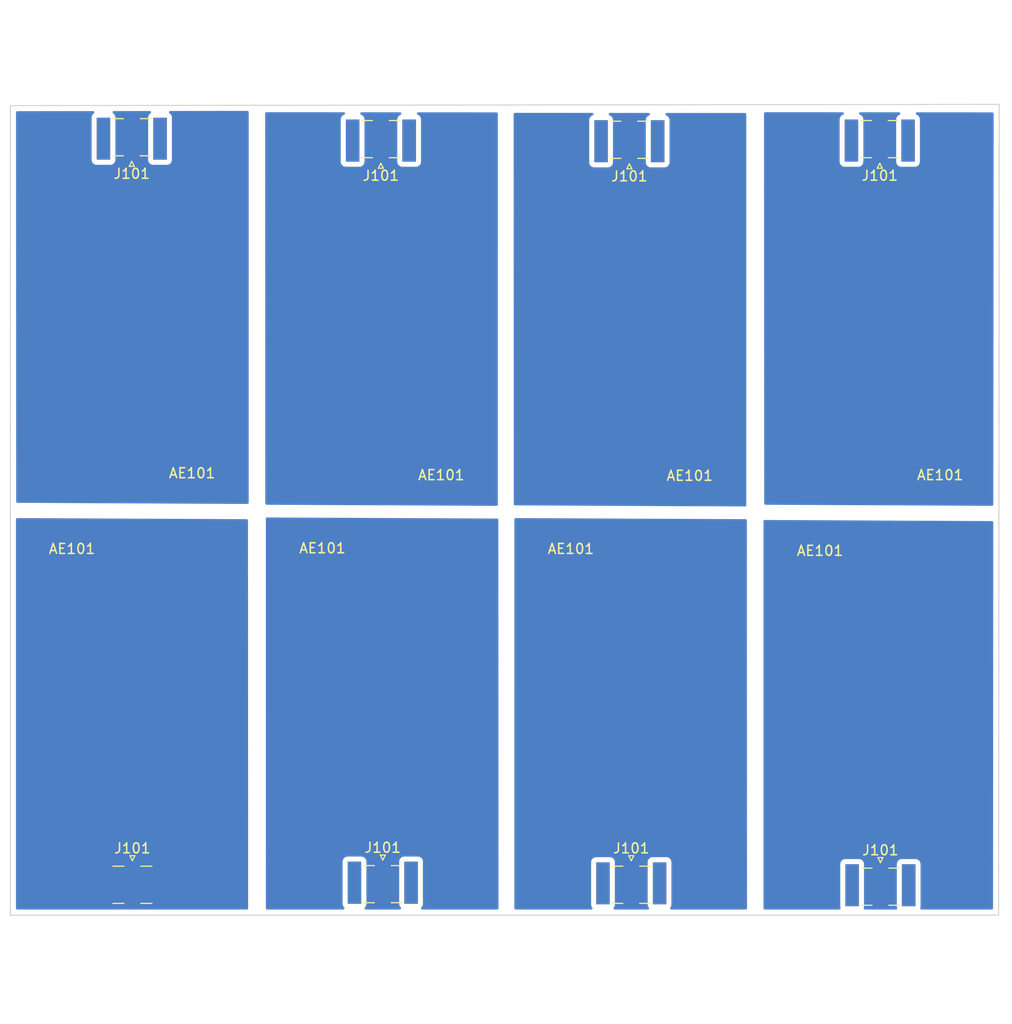
<source format=kicad_pcb>
(kicad_pcb (version 20171130) (host pcbnew "(5.1.8)-1")

  (general
    (thickness 1.6)
    (drawings 4)
    (tracks 8)
    (zones 0)
    (modules 16)
    (nets 3)
  )

  (page A4)
  (layers
    (0 F.Cu signal)
    (31 B.Cu signal)
    (32 B.Adhes user)
    (33 F.Adhes user)
    (34 B.Paste user)
    (35 F.Paste user)
    (36 B.SilkS user)
    (37 F.SilkS user)
    (38 B.Mask user)
    (39 F.Mask user)
    (40 Dwgs.User user)
    (41 Cmts.User user)
    (42 Eco1.User user)
    (43 Eco2.User user)
    (44 Edge.Cuts user)
    (45 Margin user)
    (46 B.CrtYd user)
    (47 F.CrtYd user)
    (48 B.Fab user)
    (49 F.Fab user)
  )

  (setup
    (last_trace_width 0.25)
    (user_trace_width 1)
    (trace_clearance 0.2)
    (zone_clearance 0.508)
    (zone_45_only no)
    (trace_min 0.2)
    (via_size 0.8)
    (via_drill 0.4)
    (via_min_size 0.4)
    (via_min_drill 0.3)
    (uvia_size 0.3)
    (uvia_drill 0.1)
    (uvias_allowed no)
    (uvia_min_size 0.2)
    (uvia_min_drill 0.1)
    (edge_width 0.05)
    (segment_width 0.2)
    (pcb_text_width 0.3)
    (pcb_text_size 1.5 1.5)
    (mod_edge_width 0.12)
    (mod_text_size 1 1)
    (mod_text_width 0.15)
    (pad_size 1.524 1.524)
    (pad_drill 0)
    (pad_to_mask_clearance 0)
    (aux_axis_origin 0 0)
    (visible_elements 7FFFFFFF)
    (pcbplotparams
      (layerselection 0x010f0_ffffffff)
      (usegerberextensions false)
      (usegerberattributes true)
      (usegerberadvancedattributes true)
      (creategerberjobfile true)
      (excludeedgelayer true)
      (linewidth 0.100000)
      (plotframeref false)
      (viasonmask false)
      (mode 1)
      (useauxorigin false)
      (hpglpennumber 1)
      (hpglpenspeed 20)
      (hpglpendiameter 15.000000)
      (psnegative false)
      (psa4output false)
      (plotreference true)
      (plotvalue true)
      (plotinvisibletext false)
      (padsonsilk false)
      (subtractmaskfromsilk false)
      (outputformat 1)
      (mirror false)
      (drillshape 0)
      (scaleselection 1)
      (outputdirectory "Gerber/"))
  )

  (net 0 "")
  (net 1 "Net-(AE101-Pad1)")
  (net 2 Earth)

  (net_class Default "This is the default net class."
    (clearance 0.2)
    (trace_width 0.25)
    (via_dia 0.8)
    (via_drill 0.4)
    (uvia_dia 0.3)
    (uvia_drill 0.1)
    (add_net Earth)
    (add_net "Net-(AE101-Pad1)")
  )

  (module Connector_Coaxial:SMA_Samtec_SMA-J-P-X-ST-EM1_EdgeMount (layer F.Cu) (tedit 5DAA3454) (tstamp 5FCA3E4B)
    (at 143.256 42.2275 180)
    (descr "Connector SMA, 0Hz to 20GHz, 50Ohm, Edge Mount (http://suddendocs.samtec.com/prints/sma-j-p-x-st-em1-mkt.pdf)")
    (tags "SMA Straight Samtec Edge Mount")
    (path /5FC693DD)
    (attr smd)
    (fp_text reference J101 (at 0 -3.5) (layer F.SilkS)
      (effects (font (size 1 1) (thickness 0.15)))
    )
    (fp_text value Conn_Coaxial (at 0 13) (layer F.Fab)
      (effects (font (size 1 1) (thickness 0.15)))
    )
    (fp_line (start 0.84 -1.71) (end 1.95 -1.71) (layer F.SilkS) (width 0.12))
    (fp_line (start -1.95 -1.71) (end -0.84 -1.71) (layer F.SilkS) (width 0.12))
    (fp_line (start 0.84 2) (end 1.95 2) (layer F.SilkS) (width 0.12))
    (fp_line (start -1.95 2) (end -0.84 2) (layer F.SilkS) (width 0.12))
    (fp_line (start 3.68 2.6) (end 3.68 12.12) (layer B.CrtYd) (width 0.05))
    (fp_line (start 4 2.6) (end 3.68 2.6) (layer B.CrtYd) (width 0.05))
    (fp_line (start -3.68 12.12) (end -3.68 2.6) (layer B.CrtYd) (width 0.05))
    (fp_line (start -3.68 2.6) (end -4 2.6) (layer B.CrtYd) (width 0.05))
    (fp_line (start 3.68 2.6) (end 3.68 12.12) (layer F.CrtYd) (width 0.05))
    (fp_line (start 3.68 2.6) (end 4 2.6) (layer F.CrtYd) (width 0.05))
    (fp_line (start -3.68 12.12) (end -3.68 2.6) (layer F.CrtYd) (width 0.05))
    (fp_line (start -3.68 2.6) (end -4 2.6) (layer F.CrtYd) (width 0.05))
    (fp_line (start 4.1 2.1) (end -4.1 2.1) (layer Dwgs.User) (width 0.1))
    (fp_line (start -3.175 -1.71) (end -3.175 11.62) (layer F.Fab) (width 0.1))
    (fp_line (start -2.365 -1.71) (end -3.175 -1.71) (layer F.Fab) (width 0.1))
    (fp_line (start -2.365 2.1) (end -2.365 -1.71) (layer F.Fab) (width 0.1))
    (fp_line (start 2.365 2.1) (end -2.365 2.1) (layer F.Fab) (width 0.1))
    (fp_line (start 2.365 -1.71) (end 2.365 2.1) (layer F.Fab) (width 0.1))
    (fp_line (start 3.175 -1.71) (end 2.365 -1.71) (layer F.Fab) (width 0.1))
    (fp_line (start 3.175 -1.71) (end 3.175 11.62) (layer F.Fab) (width 0.1))
    (fp_line (start 3.165 11.62) (end -3.165 11.62) (layer F.Fab) (width 0.1))
    (fp_line (start -4 -2.6) (end 4 -2.6) (layer B.CrtYd) (width 0.05))
    (fp_line (start -4 2.6) (end -4 -2.6) (layer B.CrtYd) (width 0.05))
    (fp_line (start 3.68 12.12) (end -3.68 12.12) (layer B.CrtYd) (width 0.05))
    (fp_line (start 4 2.6) (end 4 -2.6) (layer B.CrtYd) (width 0.05))
    (fp_line (start -4 -2.6) (end 4 -2.6) (layer F.CrtYd) (width 0.05))
    (fp_line (start -4 2.6) (end -4 -2.6) (layer F.CrtYd) (width 0.05))
    (fp_line (start 3.68 12.12) (end -3.68 12.12) (layer F.CrtYd) (width 0.05))
    (fp_line (start 4 2.6) (end 4 -2.6) (layer F.CrtYd) (width 0.05))
    (fp_line (start 0.64 2.1) (end 0 3.1) (layer F.Fab) (width 0.1))
    (fp_line (start 0 3.1) (end -0.64 2.1) (layer F.Fab) (width 0.1))
    (fp_line (start 0 -2.26) (end 0.25 -2.76) (layer F.SilkS) (width 0.12))
    (fp_line (start 0.25 -2.76) (end -0.25 -2.76) (layer F.SilkS) (width 0.12))
    (fp_line (start -0.25 -2.76) (end 0 -2.26) (layer F.SilkS) (width 0.12))
    (fp_text user %R (at 0 4.79 180) (layer F.Fab)
      (effects (font (size 1 1) (thickness 0.15)))
    )
    (fp_text user "PCB Edge" (at 0 2.6) (layer Dwgs.User)
      (effects (font (size 0.5 0.5) (thickness 0.1)))
    )
    (fp_text user "Board Thickness: 1.57mm" (at 0 -5.45) (layer Cmts.User)
      (effects (font (size 1 1) (thickness 0.15)))
    )
    (pad 2 smd rect (at -2.825 0 180) (size 1.35 4.2) (layers B.Cu B.Paste B.Mask))
    (pad 2 smd rect (at 2.825 0 180) (size 1.35 4.2) (layers B.Cu B.Paste B.Mask))
    (pad 2 smd rect (at -2.825 0 180) (size 1.35 4.2) (layers F.Cu F.Paste F.Mask))
    (pad 2 smd rect (at 2.825 0 180) (size 1.35 4.2) (layers F.Cu F.Paste F.Mask))
    (pad 1 smd rect (at 0 0.2 180) (size 1.27 3.6) (layers F.Cu F.Paste F.Mask))
    (model ${KISYS3DMOD}/Connector_Coaxial.3dshapes/SMA_Samtec_SMA-J-P-X-ST-EM1_EdgeMount.wrl
      (at (xyz 0 0 0))
      (scale (xyz 1 1 1))
      (rotate (xyz 0 0 0))
    )
  )

  (module Connector_Coaxial:SMA_Samtec_SMA-J-P-X-ST-EM1_EdgeMount (layer F.Cu) (tedit 5DAA3454) (tstamp 5FCA3E1C)
    (at 217.9955 42.418 180)
    (descr "Connector SMA, 0Hz to 20GHz, 50Ohm, Edge Mount (http://suddendocs.samtec.com/prints/sma-j-p-x-st-em1-mkt.pdf)")
    (tags "SMA Straight Samtec Edge Mount")
    (path /5FC693DD)
    (attr smd)
    (fp_text reference J101 (at 0 -3.5) (layer F.SilkS)
      (effects (font (size 1 1) (thickness 0.15)))
    )
    (fp_text value Conn_Coaxial (at 0 13) (layer F.Fab)
      (effects (font (size 1 1) (thickness 0.15)))
    )
    (fp_line (start 0.84 -1.71) (end 1.95 -1.71) (layer F.SilkS) (width 0.12))
    (fp_line (start -1.95 -1.71) (end -0.84 -1.71) (layer F.SilkS) (width 0.12))
    (fp_line (start 0.84 2) (end 1.95 2) (layer F.SilkS) (width 0.12))
    (fp_line (start -1.95 2) (end -0.84 2) (layer F.SilkS) (width 0.12))
    (fp_line (start 3.68 2.6) (end 3.68 12.12) (layer B.CrtYd) (width 0.05))
    (fp_line (start 4 2.6) (end 3.68 2.6) (layer B.CrtYd) (width 0.05))
    (fp_line (start -3.68 12.12) (end -3.68 2.6) (layer B.CrtYd) (width 0.05))
    (fp_line (start -3.68 2.6) (end -4 2.6) (layer B.CrtYd) (width 0.05))
    (fp_line (start 3.68 2.6) (end 3.68 12.12) (layer F.CrtYd) (width 0.05))
    (fp_line (start 3.68 2.6) (end 4 2.6) (layer F.CrtYd) (width 0.05))
    (fp_line (start -3.68 12.12) (end -3.68 2.6) (layer F.CrtYd) (width 0.05))
    (fp_line (start -3.68 2.6) (end -4 2.6) (layer F.CrtYd) (width 0.05))
    (fp_line (start 4.1 2.1) (end -4.1 2.1) (layer Dwgs.User) (width 0.1))
    (fp_line (start -3.175 -1.71) (end -3.175 11.62) (layer F.Fab) (width 0.1))
    (fp_line (start -2.365 -1.71) (end -3.175 -1.71) (layer F.Fab) (width 0.1))
    (fp_line (start -2.365 2.1) (end -2.365 -1.71) (layer F.Fab) (width 0.1))
    (fp_line (start 2.365 2.1) (end -2.365 2.1) (layer F.Fab) (width 0.1))
    (fp_line (start 2.365 -1.71) (end 2.365 2.1) (layer F.Fab) (width 0.1))
    (fp_line (start 3.175 -1.71) (end 2.365 -1.71) (layer F.Fab) (width 0.1))
    (fp_line (start 3.175 -1.71) (end 3.175 11.62) (layer F.Fab) (width 0.1))
    (fp_line (start 3.165 11.62) (end -3.165 11.62) (layer F.Fab) (width 0.1))
    (fp_line (start -4 -2.6) (end 4 -2.6) (layer B.CrtYd) (width 0.05))
    (fp_line (start -4 2.6) (end -4 -2.6) (layer B.CrtYd) (width 0.05))
    (fp_line (start 3.68 12.12) (end -3.68 12.12) (layer B.CrtYd) (width 0.05))
    (fp_line (start 4 2.6) (end 4 -2.6) (layer B.CrtYd) (width 0.05))
    (fp_line (start -4 -2.6) (end 4 -2.6) (layer F.CrtYd) (width 0.05))
    (fp_line (start -4 2.6) (end -4 -2.6) (layer F.CrtYd) (width 0.05))
    (fp_line (start 3.68 12.12) (end -3.68 12.12) (layer F.CrtYd) (width 0.05))
    (fp_line (start 4 2.6) (end 4 -2.6) (layer F.CrtYd) (width 0.05))
    (fp_line (start 0.64 2.1) (end 0 3.1) (layer F.Fab) (width 0.1))
    (fp_line (start 0 3.1) (end -0.64 2.1) (layer F.Fab) (width 0.1))
    (fp_line (start 0 -2.26) (end 0.25 -2.76) (layer F.SilkS) (width 0.12))
    (fp_line (start 0.25 -2.76) (end -0.25 -2.76) (layer F.SilkS) (width 0.12))
    (fp_line (start -0.25 -2.76) (end 0 -2.26) (layer F.SilkS) (width 0.12))
    (fp_text user %R (at 0 4.79 180) (layer F.Fab)
      (effects (font (size 1 1) (thickness 0.15)))
    )
    (fp_text user "PCB Edge" (at 0 2.6) (layer Dwgs.User)
      (effects (font (size 0.5 0.5) (thickness 0.1)))
    )
    (fp_text user "Board Thickness: 1.57mm" (at 0 -5.45) (layer Cmts.User)
      (effects (font (size 1 1) (thickness 0.15)))
    )
    (pad 2 smd rect (at -2.825 0 180) (size 1.35 4.2) (layers B.Cu B.Paste B.Mask))
    (pad 2 smd rect (at 2.825 0 180) (size 1.35 4.2) (layers B.Cu B.Paste B.Mask))
    (pad 2 smd rect (at -2.825 0 180) (size 1.35 4.2) (layers F.Cu F.Paste F.Mask))
    (pad 2 smd rect (at 2.825 0 180) (size 1.35 4.2) (layers F.Cu F.Paste F.Mask))
    (pad 1 smd rect (at 0 0.2 180) (size 1.27 3.6) (layers F.Cu F.Paste F.Mask))
    (model ${KISYS3DMOD}/Connector_Coaxial.3dshapes/SMA_Samtec_SMA-J-P-X-ST-EM1_EdgeMount.wrl
      (at (xyz 0 0 0))
      (scale (xyz 1 1 1))
      (rotate (xyz 0 0 0))
    )
  )

  (module Connector_Coaxial:SMA_Samtec_SMA-J-P-X-ST-EM1_EdgeMount (layer F.Cu) (tedit 5DAA3454) (tstamp 5FCA3DEF)
    (at 168.148 42.418 180)
    (descr "Connector SMA, 0Hz to 20GHz, 50Ohm, Edge Mount (http://suddendocs.samtec.com/prints/sma-j-p-x-st-em1-mkt.pdf)")
    (tags "SMA Straight Samtec Edge Mount")
    (path /5FC693DD)
    (attr smd)
    (fp_text reference J101 (at 0 -3.5) (layer F.SilkS)
      (effects (font (size 1 1) (thickness 0.15)))
    )
    (fp_text value Conn_Coaxial (at 0 13) (layer F.Fab)
      (effects (font (size 1 1) (thickness 0.15)))
    )
    (fp_line (start 0.84 -1.71) (end 1.95 -1.71) (layer F.SilkS) (width 0.12))
    (fp_line (start -1.95 -1.71) (end -0.84 -1.71) (layer F.SilkS) (width 0.12))
    (fp_line (start 0.84 2) (end 1.95 2) (layer F.SilkS) (width 0.12))
    (fp_line (start -1.95 2) (end -0.84 2) (layer F.SilkS) (width 0.12))
    (fp_line (start 3.68 2.6) (end 3.68 12.12) (layer B.CrtYd) (width 0.05))
    (fp_line (start 4 2.6) (end 3.68 2.6) (layer B.CrtYd) (width 0.05))
    (fp_line (start -3.68 12.12) (end -3.68 2.6) (layer B.CrtYd) (width 0.05))
    (fp_line (start -3.68 2.6) (end -4 2.6) (layer B.CrtYd) (width 0.05))
    (fp_line (start 3.68 2.6) (end 3.68 12.12) (layer F.CrtYd) (width 0.05))
    (fp_line (start 3.68 2.6) (end 4 2.6) (layer F.CrtYd) (width 0.05))
    (fp_line (start -3.68 12.12) (end -3.68 2.6) (layer F.CrtYd) (width 0.05))
    (fp_line (start -3.68 2.6) (end -4 2.6) (layer F.CrtYd) (width 0.05))
    (fp_line (start 4.1 2.1) (end -4.1 2.1) (layer Dwgs.User) (width 0.1))
    (fp_line (start -3.175 -1.71) (end -3.175 11.62) (layer F.Fab) (width 0.1))
    (fp_line (start -2.365 -1.71) (end -3.175 -1.71) (layer F.Fab) (width 0.1))
    (fp_line (start -2.365 2.1) (end -2.365 -1.71) (layer F.Fab) (width 0.1))
    (fp_line (start 2.365 2.1) (end -2.365 2.1) (layer F.Fab) (width 0.1))
    (fp_line (start 2.365 -1.71) (end 2.365 2.1) (layer F.Fab) (width 0.1))
    (fp_line (start 3.175 -1.71) (end 2.365 -1.71) (layer F.Fab) (width 0.1))
    (fp_line (start 3.175 -1.71) (end 3.175 11.62) (layer F.Fab) (width 0.1))
    (fp_line (start 3.165 11.62) (end -3.165 11.62) (layer F.Fab) (width 0.1))
    (fp_line (start -4 -2.6) (end 4 -2.6) (layer B.CrtYd) (width 0.05))
    (fp_line (start -4 2.6) (end -4 -2.6) (layer B.CrtYd) (width 0.05))
    (fp_line (start 3.68 12.12) (end -3.68 12.12) (layer B.CrtYd) (width 0.05))
    (fp_line (start 4 2.6) (end 4 -2.6) (layer B.CrtYd) (width 0.05))
    (fp_line (start -4 -2.6) (end 4 -2.6) (layer F.CrtYd) (width 0.05))
    (fp_line (start -4 2.6) (end -4 -2.6) (layer F.CrtYd) (width 0.05))
    (fp_line (start 3.68 12.12) (end -3.68 12.12) (layer F.CrtYd) (width 0.05))
    (fp_line (start 4 2.6) (end 4 -2.6) (layer F.CrtYd) (width 0.05))
    (fp_line (start 0.64 2.1) (end 0 3.1) (layer F.Fab) (width 0.1))
    (fp_line (start 0 3.1) (end -0.64 2.1) (layer F.Fab) (width 0.1))
    (fp_line (start 0 -2.26) (end 0.25 -2.76) (layer F.SilkS) (width 0.12))
    (fp_line (start 0.25 -2.76) (end -0.25 -2.76) (layer F.SilkS) (width 0.12))
    (fp_line (start -0.25 -2.76) (end 0 -2.26) (layer F.SilkS) (width 0.12))
    (fp_text user %R (at 0 4.79 180) (layer F.Fab)
      (effects (font (size 1 1) (thickness 0.15)))
    )
    (fp_text user "PCB Edge" (at 0 2.6) (layer Dwgs.User)
      (effects (font (size 0.5 0.5) (thickness 0.1)))
    )
    (fp_text user "Board Thickness: 1.57mm" (at 0 -5.45) (layer Cmts.User)
      (effects (font (size 1 1) (thickness 0.15)))
    )
    (pad 2 smd rect (at -2.825 0 180) (size 1.35 4.2) (layers B.Cu B.Paste B.Mask))
    (pad 2 smd rect (at 2.825 0 180) (size 1.35 4.2) (layers B.Cu B.Paste B.Mask))
    (pad 2 smd rect (at -2.825 0 180) (size 1.35 4.2) (layers F.Cu F.Paste F.Mask))
    (pad 2 smd rect (at 2.825 0 180) (size 1.35 4.2) (layers F.Cu F.Paste F.Mask))
    (pad 1 smd rect (at 0 0.2 180) (size 1.27 3.6) (layers F.Cu F.Paste F.Mask))
    (model ${KISYS3DMOD}/Connector_Coaxial.3dshapes/SMA_Samtec_SMA-J-P-X-ST-EM1_EdgeMount.wrl
      (at (xyz 0 0 0))
      (scale (xyz 1 1 1))
      (rotate (xyz 0 0 0))
    )
  )

  (module Connector_Coaxial:SMA_Samtec_SMA-J-P-X-ST-EM1_EdgeMount (layer F.Cu) (tedit 5DAA3454) (tstamp 5FCA3DC2)
    (at 192.9765 42.4815 180)
    (descr "Connector SMA, 0Hz to 20GHz, 50Ohm, Edge Mount (http://suddendocs.samtec.com/prints/sma-j-p-x-st-em1-mkt.pdf)")
    (tags "SMA Straight Samtec Edge Mount")
    (path /5FC693DD)
    (attr smd)
    (fp_text reference J101 (at 0 -3.5) (layer F.SilkS)
      (effects (font (size 1 1) (thickness 0.15)))
    )
    (fp_text value Conn_Coaxial (at 0 13) (layer F.Fab)
      (effects (font (size 1 1) (thickness 0.15)))
    )
    (fp_line (start 0.84 -1.71) (end 1.95 -1.71) (layer F.SilkS) (width 0.12))
    (fp_line (start -1.95 -1.71) (end -0.84 -1.71) (layer F.SilkS) (width 0.12))
    (fp_line (start 0.84 2) (end 1.95 2) (layer F.SilkS) (width 0.12))
    (fp_line (start -1.95 2) (end -0.84 2) (layer F.SilkS) (width 0.12))
    (fp_line (start 3.68 2.6) (end 3.68 12.12) (layer B.CrtYd) (width 0.05))
    (fp_line (start 4 2.6) (end 3.68 2.6) (layer B.CrtYd) (width 0.05))
    (fp_line (start -3.68 12.12) (end -3.68 2.6) (layer B.CrtYd) (width 0.05))
    (fp_line (start -3.68 2.6) (end -4 2.6) (layer B.CrtYd) (width 0.05))
    (fp_line (start 3.68 2.6) (end 3.68 12.12) (layer F.CrtYd) (width 0.05))
    (fp_line (start 3.68 2.6) (end 4 2.6) (layer F.CrtYd) (width 0.05))
    (fp_line (start -3.68 12.12) (end -3.68 2.6) (layer F.CrtYd) (width 0.05))
    (fp_line (start -3.68 2.6) (end -4 2.6) (layer F.CrtYd) (width 0.05))
    (fp_line (start 4.1 2.1) (end -4.1 2.1) (layer Dwgs.User) (width 0.1))
    (fp_line (start -3.175 -1.71) (end -3.175 11.62) (layer F.Fab) (width 0.1))
    (fp_line (start -2.365 -1.71) (end -3.175 -1.71) (layer F.Fab) (width 0.1))
    (fp_line (start -2.365 2.1) (end -2.365 -1.71) (layer F.Fab) (width 0.1))
    (fp_line (start 2.365 2.1) (end -2.365 2.1) (layer F.Fab) (width 0.1))
    (fp_line (start 2.365 -1.71) (end 2.365 2.1) (layer F.Fab) (width 0.1))
    (fp_line (start 3.175 -1.71) (end 2.365 -1.71) (layer F.Fab) (width 0.1))
    (fp_line (start 3.175 -1.71) (end 3.175 11.62) (layer F.Fab) (width 0.1))
    (fp_line (start 3.165 11.62) (end -3.165 11.62) (layer F.Fab) (width 0.1))
    (fp_line (start -4 -2.6) (end 4 -2.6) (layer B.CrtYd) (width 0.05))
    (fp_line (start -4 2.6) (end -4 -2.6) (layer B.CrtYd) (width 0.05))
    (fp_line (start 3.68 12.12) (end -3.68 12.12) (layer B.CrtYd) (width 0.05))
    (fp_line (start 4 2.6) (end 4 -2.6) (layer B.CrtYd) (width 0.05))
    (fp_line (start -4 -2.6) (end 4 -2.6) (layer F.CrtYd) (width 0.05))
    (fp_line (start -4 2.6) (end -4 -2.6) (layer F.CrtYd) (width 0.05))
    (fp_line (start 3.68 12.12) (end -3.68 12.12) (layer F.CrtYd) (width 0.05))
    (fp_line (start 4 2.6) (end 4 -2.6) (layer F.CrtYd) (width 0.05))
    (fp_line (start 0.64 2.1) (end 0 3.1) (layer F.Fab) (width 0.1))
    (fp_line (start 0 3.1) (end -0.64 2.1) (layer F.Fab) (width 0.1))
    (fp_line (start 0 -2.26) (end 0.25 -2.76) (layer F.SilkS) (width 0.12))
    (fp_line (start 0.25 -2.76) (end -0.25 -2.76) (layer F.SilkS) (width 0.12))
    (fp_line (start -0.25 -2.76) (end 0 -2.26) (layer F.SilkS) (width 0.12))
    (fp_text user "Board Thickness: 1.57mm" (at 0 -5.45) (layer Cmts.User)
      (effects (font (size 1 1) (thickness 0.15)))
    )
    (fp_text user "PCB Edge" (at 0 2.6) (layer Dwgs.User)
      (effects (font (size 0.5 0.5) (thickness 0.1)))
    )
    (fp_text user %R (at 0 4.79 180) (layer F.Fab)
      (effects (font (size 1 1) (thickness 0.15)))
    )
    (pad 1 smd rect (at 0 0.2 180) (size 1.27 3.6) (layers F.Cu F.Paste F.Mask))
    (pad 2 smd rect (at 2.825 0 180) (size 1.35 4.2) (layers F.Cu F.Paste F.Mask))
    (pad 2 smd rect (at -2.825 0 180) (size 1.35 4.2) (layers F.Cu F.Paste F.Mask))
    (pad 2 smd rect (at 2.825 0 180) (size 1.35 4.2) (layers B.Cu B.Paste B.Mask))
    (pad 2 smd rect (at -2.825 0 180) (size 1.35 4.2) (layers B.Cu B.Paste B.Mask))
    (model ${KISYS3DMOD}/Connector_Coaxial.3dshapes/SMA_Samtec_SMA-J-P-X-ST-EM1_EdgeMount.wrl
      (at (xyz 0 0 0))
      (scale (xyz 1 1 1))
      (rotate (xyz 0 0 0))
    )
  )

  (module Antenna:Antenna_5Ghz (layer F.Cu) (tedit 5FC663C6) (tstamp 5FCA3DBE)
    (at 192.659 63.1825 180)
    (path /5FC65EEE)
    (fp_text reference AE101 (at -6.35 -12.7) (layer F.SilkS)
      (effects (font (size 1 1) (thickness 0.15)))
    )
    (fp_text value Microwave_ant_5GHz (at 5.08 -12.7) (layer F.Fab)
      (effects (font (size 1 1) (thickness 0.15)))
    )
    (pad 1 smd custom (at -0.3175 16.0655 180) (size 1.524 1.524) (layers F.Cu F.Paste F.Mask)
      (options (clearance outline) (anchor circle))
      (primitives
        (gr_line (start 0.9475 -12.1355) (end 0.9475 -17.3355) (width 0.2))
        (gr_line (start 0.8725 -12.1355) (end 0.9475 -12.1355) (width 0.2))
        (gr_line (start 8.9975 -26.1355) (end -9.0025 -26.1355) (width 0.2))
        (gr_line (start -0.9525 -12.1355) (end -0.8775 -12.1355) (width 0.2))
        (gr_line (start 1.5475 -12.1355) (end 8.9975 -12.1355) (width 0.2))
        (gr_line (start -0.8775 -12.1355) (end -0.8775 0.8645) (width 0.2))
        (gr_poly (pts
           (xy 9.017 -12.2555) (xy 1.5475 -12.1355) (xy 1.524 -17.4625) (xy 0.889 -17.3355) (xy 0.8725 0.8645)
           (xy -0.8255 0.8255) (xy -0.889 -17.3355) (xy -1.524 -17.3355) (xy -1.524 -12.1285) (xy -9.017 -12.1285)
           (xy -8.9535 -26.0985) (xy 8.9535 -26.0985)) (width 0.1))
        (gr_line (start -0.9525 -17.3355) (end -0.9525 -12.1355) (width 0.2))
        (gr_line (start 0.9475 -17.3355) (end 1.5475 -17.3355) (width 0.2))
        (gr_line (start -0.8775 0.8645) (end 0.8725 0.8645) (width 0.2))
        (gr_line (start -9.0025 -26.1355) (end -9.0025 -12.1355) (width 0.2))
        (gr_line (start 1.5475 -17.3355) (end 1.5475 -12.1355) (width 0.2))
        (gr_line (start -9.0025 -12.1355) (end -1.5525 -12.1355) (width 0.2))
        (gr_line (start -1.5525 -12.1355) (end -1.5525 -17.3355) (width 0.2))
        (gr_line (start 0.8725 0.8645) (end 0.8725 -12.1355) (width 0.2))
        (gr_line (start -1.5525 -17.3355) (end -0.9525 -17.3355) (width 0.2))
        (gr_line (start 8.9975 -12.1355) (end 8.9975 -26.1355) (width 0.2))
      ))
  )

  (module Antenna:Antenna_5Ghz (layer F.Cu) (tedit 5FC663C6) (tstamp 5FCA3DBA)
    (at 217.678 63.119 180)
    (path /5FC65EEE)
    (fp_text reference AE101 (at -6.35 -12.7) (layer F.SilkS)
      (effects (font (size 1 1) (thickness 0.15)))
    )
    (fp_text value Microwave_ant_5GHz (at 5.08 -12.7) (layer F.Fab)
      (effects (font (size 1 1) (thickness 0.15)))
    )
    (pad 1 smd custom (at -0.3175 16.0655 180) (size 1.524 1.524) (layers F.Cu F.Paste F.Mask)
      (options (clearance outline) (anchor circle))
      (primitives
        (gr_line (start 0.9475 -12.1355) (end 0.9475 -17.3355) (width 0.2))
        (gr_line (start 0.8725 -12.1355) (end 0.9475 -12.1355) (width 0.2))
        (gr_line (start 8.9975 -26.1355) (end -9.0025 -26.1355) (width 0.2))
        (gr_line (start -0.9525 -12.1355) (end -0.8775 -12.1355) (width 0.2))
        (gr_line (start 1.5475 -12.1355) (end 8.9975 -12.1355) (width 0.2))
        (gr_line (start -0.8775 -12.1355) (end -0.8775 0.8645) (width 0.2))
        (gr_poly (pts
           (xy 9.017 -12.2555) (xy 1.5475 -12.1355) (xy 1.524 -17.4625) (xy 0.889 -17.3355) (xy 0.8725 0.8645)
           (xy -0.8255 0.8255) (xy -0.889 -17.3355) (xy -1.524 -17.3355) (xy -1.524 -12.1285) (xy -9.017 -12.1285)
           (xy -8.9535 -26.0985) (xy 8.9535 -26.0985)) (width 0.1))
        (gr_line (start -0.9525 -17.3355) (end -0.9525 -12.1355) (width 0.2))
        (gr_line (start 0.9475 -17.3355) (end 1.5475 -17.3355) (width 0.2))
        (gr_line (start -0.8775 0.8645) (end 0.8725 0.8645) (width 0.2))
        (gr_line (start -9.0025 -26.1355) (end -9.0025 -12.1355) (width 0.2))
        (gr_line (start 1.5475 -17.3355) (end 1.5475 -12.1355) (width 0.2))
        (gr_line (start -9.0025 -12.1355) (end -1.5525 -12.1355) (width 0.2))
        (gr_line (start -1.5525 -12.1355) (end -1.5525 -17.3355) (width 0.2))
        (gr_line (start 0.8725 0.8645) (end 0.8725 -12.1355) (width 0.2))
        (gr_line (start -1.5525 -17.3355) (end -0.9525 -17.3355) (width 0.2))
        (gr_line (start 8.9975 -12.1355) (end 8.9975 -26.1355) (width 0.2))
      ))
  )

  (module Antenna:Antenna_5Ghz (layer F.Cu) (tedit 5FC663C6) (tstamp 5FCA3DB6)
    (at 167.8305 63.119 180)
    (path /5FC65EEE)
    (fp_text reference AE101 (at -6.35 -12.7) (layer F.SilkS)
      (effects (font (size 1 1) (thickness 0.15)))
    )
    (fp_text value Microwave_ant_5GHz (at 5.08 -12.7) (layer F.Fab)
      (effects (font (size 1 1) (thickness 0.15)))
    )
    (pad 1 smd custom (at -0.3175 16.0655 180) (size 1.524 1.524) (layers F.Cu F.Paste F.Mask)
      (options (clearance outline) (anchor circle))
      (primitives
        (gr_line (start 0.9475 -12.1355) (end 0.9475 -17.3355) (width 0.2))
        (gr_line (start 0.8725 -12.1355) (end 0.9475 -12.1355) (width 0.2))
        (gr_line (start 8.9975 -26.1355) (end -9.0025 -26.1355) (width 0.2))
        (gr_line (start -0.9525 -12.1355) (end -0.8775 -12.1355) (width 0.2))
        (gr_line (start 1.5475 -12.1355) (end 8.9975 -12.1355) (width 0.2))
        (gr_line (start -0.8775 -12.1355) (end -0.8775 0.8645) (width 0.2))
        (gr_poly (pts
           (xy 9.017 -12.2555) (xy 1.5475 -12.1355) (xy 1.524 -17.4625) (xy 0.889 -17.3355) (xy 0.8725 0.8645)
           (xy -0.8255 0.8255) (xy -0.889 -17.3355) (xy -1.524 -17.3355) (xy -1.524 -12.1285) (xy -9.017 -12.1285)
           (xy -8.9535 -26.0985) (xy 8.9535 -26.0985)) (width 0.1))
        (gr_line (start -0.9525 -17.3355) (end -0.9525 -12.1355) (width 0.2))
        (gr_line (start 0.9475 -17.3355) (end 1.5475 -17.3355) (width 0.2))
        (gr_line (start -0.8775 0.8645) (end 0.8725 0.8645) (width 0.2))
        (gr_line (start -9.0025 -26.1355) (end -9.0025 -12.1355) (width 0.2))
        (gr_line (start 1.5475 -17.3355) (end 1.5475 -12.1355) (width 0.2))
        (gr_line (start -9.0025 -12.1355) (end -1.5525 -12.1355) (width 0.2))
        (gr_line (start -1.5525 -12.1355) (end -1.5525 -17.3355) (width 0.2))
        (gr_line (start 0.8725 0.8645) (end 0.8725 -12.1355) (width 0.2))
        (gr_line (start -1.5525 -17.3355) (end -0.9525 -17.3355) (width 0.2))
        (gr_line (start 8.9975 -12.1355) (end 8.9975 -26.1355) (width 0.2))
      ))
  )

  (module Antenna:Antenna_5Ghz (layer F.Cu) (tedit 5FC663C6) (tstamp 5FCA3DB2)
    (at 142.9385 62.9285 180)
    (path /5FC65EEE)
    (fp_text reference AE101 (at -6.35 -12.7) (layer F.SilkS)
      (effects (font (size 1 1) (thickness 0.15)))
    )
    (fp_text value Microwave_ant_5GHz (at 5.08 -12.7) (layer F.Fab)
      (effects (font (size 1 1) (thickness 0.15)))
    )
    (pad 1 smd custom (at -0.3175 16.0655 180) (size 1.524 1.524) (layers F.Cu F.Paste F.Mask)
      (options (clearance outline) (anchor circle))
      (primitives
        (gr_line (start 0.9475 -12.1355) (end 0.9475 -17.3355) (width 0.2))
        (gr_line (start 0.8725 -12.1355) (end 0.9475 -12.1355) (width 0.2))
        (gr_line (start 8.9975 -26.1355) (end -9.0025 -26.1355) (width 0.2))
        (gr_line (start -0.9525 -12.1355) (end -0.8775 -12.1355) (width 0.2))
        (gr_line (start 1.5475 -12.1355) (end 8.9975 -12.1355) (width 0.2))
        (gr_line (start -0.8775 -12.1355) (end -0.8775 0.8645) (width 0.2))
        (gr_poly (pts
           (xy 9.017 -12.2555) (xy 1.5475 -12.1355) (xy 1.524 -17.4625) (xy 0.889 -17.3355) (xy 0.8725 0.8645)
           (xy -0.8255 0.8255) (xy -0.889 -17.3355) (xy -1.524 -17.3355) (xy -1.524 -12.1285) (xy -9.017 -12.1285)
           (xy -8.9535 -26.0985) (xy 8.9535 -26.0985)) (width 0.1))
        (gr_line (start -0.9525 -17.3355) (end -0.9525 -12.1355) (width 0.2))
        (gr_line (start 0.9475 -17.3355) (end 1.5475 -17.3355) (width 0.2))
        (gr_line (start -0.8775 0.8645) (end 0.8725 0.8645) (width 0.2))
        (gr_line (start -9.0025 -26.1355) (end -9.0025 -12.1355) (width 0.2))
        (gr_line (start 1.5475 -17.3355) (end 1.5475 -12.1355) (width 0.2))
        (gr_line (start -9.0025 -12.1355) (end -1.5525 -12.1355) (width 0.2))
        (gr_line (start -1.5525 -12.1355) (end -1.5525 -17.3355) (width 0.2))
        (gr_line (start 0.8725 0.8645) (end 0.8725 -12.1355) (width 0.2))
        (gr_line (start -1.5525 -17.3355) (end -0.9525 -17.3355) (width 0.2))
        (gr_line (start 8.9975 -12.1355) (end 8.9975 -26.1355) (width 0.2))
      ))
  )

  (module Connector_Coaxial:SMA_Samtec_SMA-J-P-X-ST-EM1_EdgeMount (layer F.Cu) (tedit 5DAA3454) (tstamp 5FCA3BA7)
    (at 218.059 116.7765)
    (descr "Connector SMA, 0Hz to 20GHz, 50Ohm, Edge Mount (http://suddendocs.samtec.com/prints/sma-j-p-x-st-em1-mkt.pdf)")
    (tags "SMA Straight Samtec Edge Mount")
    (path /5FC693DD)
    (attr smd)
    (fp_text reference J101 (at 0 -3.5) (layer F.SilkS)
      (effects (font (size 1 1) (thickness 0.15)))
    )
    (fp_text value Conn_Coaxial (at 0 13) (layer F.Fab)
      (effects (font (size 1 1) (thickness 0.15)))
    )
    (fp_line (start 0.84 -1.71) (end 1.95 -1.71) (layer F.SilkS) (width 0.12))
    (fp_line (start -1.95 -1.71) (end -0.84 -1.71) (layer F.SilkS) (width 0.12))
    (fp_line (start 0.84 2) (end 1.95 2) (layer F.SilkS) (width 0.12))
    (fp_line (start -1.95 2) (end -0.84 2) (layer F.SilkS) (width 0.12))
    (fp_line (start 3.68 2.6) (end 3.68 12.12) (layer B.CrtYd) (width 0.05))
    (fp_line (start 4 2.6) (end 3.68 2.6) (layer B.CrtYd) (width 0.05))
    (fp_line (start -3.68 12.12) (end -3.68 2.6) (layer B.CrtYd) (width 0.05))
    (fp_line (start -3.68 2.6) (end -4 2.6) (layer B.CrtYd) (width 0.05))
    (fp_line (start 3.68 2.6) (end 3.68 12.12) (layer F.CrtYd) (width 0.05))
    (fp_line (start 3.68 2.6) (end 4 2.6) (layer F.CrtYd) (width 0.05))
    (fp_line (start -3.68 12.12) (end -3.68 2.6) (layer F.CrtYd) (width 0.05))
    (fp_line (start -3.68 2.6) (end -4 2.6) (layer F.CrtYd) (width 0.05))
    (fp_line (start 4.1 2.1) (end -4.1 2.1) (layer Dwgs.User) (width 0.1))
    (fp_line (start -3.175 -1.71) (end -3.175 11.62) (layer F.Fab) (width 0.1))
    (fp_line (start -2.365 -1.71) (end -3.175 -1.71) (layer F.Fab) (width 0.1))
    (fp_line (start -2.365 2.1) (end -2.365 -1.71) (layer F.Fab) (width 0.1))
    (fp_line (start 2.365 2.1) (end -2.365 2.1) (layer F.Fab) (width 0.1))
    (fp_line (start 2.365 -1.71) (end 2.365 2.1) (layer F.Fab) (width 0.1))
    (fp_line (start 3.175 -1.71) (end 2.365 -1.71) (layer F.Fab) (width 0.1))
    (fp_line (start 3.175 -1.71) (end 3.175 11.62) (layer F.Fab) (width 0.1))
    (fp_line (start 3.165 11.62) (end -3.165 11.62) (layer F.Fab) (width 0.1))
    (fp_line (start -4 -2.6) (end 4 -2.6) (layer B.CrtYd) (width 0.05))
    (fp_line (start -4 2.6) (end -4 -2.6) (layer B.CrtYd) (width 0.05))
    (fp_line (start 3.68 12.12) (end -3.68 12.12) (layer B.CrtYd) (width 0.05))
    (fp_line (start 4 2.6) (end 4 -2.6) (layer B.CrtYd) (width 0.05))
    (fp_line (start -4 -2.6) (end 4 -2.6) (layer F.CrtYd) (width 0.05))
    (fp_line (start -4 2.6) (end -4 -2.6) (layer F.CrtYd) (width 0.05))
    (fp_line (start 3.68 12.12) (end -3.68 12.12) (layer F.CrtYd) (width 0.05))
    (fp_line (start 4 2.6) (end 4 -2.6) (layer F.CrtYd) (width 0.05))
    (fp_line (start 0.64 2.1) (end 0 3.1) (layer F.Fab) (width 0.1))
    (fp_line (start 0 3.1) (end -0.64 2.1) (layer F.Fab) (width 0.1))
    (fp_line (start 0 -2.26) (end 0.25 -2.76) (layer F.SilkS) (width 0.12))
    (fp_line (start 0.25 -2.76) (end -0.25 -2.76) (layer F.SilkS) (width 0.12))
    (fp_line (start -0.25 -2.76) (end 0 -2.26) (layer F.SilkS) (width 0.12))
    (fp_text user "Board Thickness: 1.57mm" (at 0 -5.45) (layer Cmts.User)
      (effects (font (size 1 1) (thickness 0.15)))
    )
    (fp_text user "PCB Edge" (at 0 2.6) (layer Dwgs.User)
      (effects (font (size 0.5 0.5) (thickness 0.1)))
    )
    (fp_text user %R (at 0 4.79 180) (layer F.Fab)
      (effects (font (size 1 1) (thickness 0.15)))
    )
    (pad 1 smd rect (at 0 0.2) (size 1.27 3.6) (layers F.Cu F.Paste F.Mask))
    (pad 2 smd rect (at 2.825 0) (size 1.35 4.2) (layers F.Cu F.Paste F.Mask))
    (pad 2 smd rect (at -2.825 0) (size 1.35 4.2) (layers F.Cu F.Paste F.Mask))
    (pad 2 smd rect (at 2.825 0) (size 1.35 4.2) (layers B.Cu B.Paste B.Mask))
    (pad 2 smd rect (at -2.825 0) (size 1.35 4.2) (layers B.Cu B.Paste B.Mask))
    (model ${KISYS3DMOD}/Connector_Coaxial.3dshapes/SMA_Samtec_SMA-J-P-X-ST-EM1_EdgeMount.wrl
      (at (xyz 0 0 0))
      (scale (xyz 1 1 1))
      (rotate (xyz 0 0 0))
    )
  )

  (module Antenna:Antenna_5Ghz (layer F.Cu) (tedit 5FC663C6) (tstamp 5FCA3BA3)
    (at 218.3765 96.0755)
    (path /5FC65EEE)
    (fp_text reference AE101 (at -6.35 -12.7) (layer F.SilkS)
      (effects (font (size 1 1) (thickness 0.15)))
    )
    (fp_text value Microwave_ant_5GHz (at 5.08 -12.7) (layer F.Fab)
      (effects (font (size 1 1) (thickness 0.15)))
    )
    (pad 1 smd custom (at -0.3175 16.0655) (size 1.524 1.524) (layers F.Cu F.Paste F.Mask)
      (options (clearance outline) (anchor circle))
      (primitives
        (gr_line (start 0.9475 -12.1355) (end 0.9475 -17.3355) (width 0.2))
        (gr_line (start 0.8725 -12.1355) (end 0.9475 -12.1355) (width 0.2))
        (gr_line (start 8.9975 -26.1355) (end -9.0025 -26.1355) (width 0.2))
        (gr_line (start -0.9525 -12.1355) (end -0.8775 -12.1355) (width 0.2))
        (gr_line (start 1.5475 -12.1355) (end 8.9975 -12.1355) (width 0.2))
        (gr_line (start -0.8775 -12.1355) (end -0.8775 0.8645) (width 0.2))
        (gr_poly (pts
           (xy 9.017 -12.2555) (xy 1.5475 -12.1355) (xy 1.524 -17.4625) (xy 0.889 -17.3355) (xy 0.8725 0.8645)
           (xy -0.8255 0.8255) (xy -0.889 -17.3355) (xy -1.524 -17.3355) (xy -1.524 -12.1285) (xy -9.017 -12.1285)
           (xy -8.9535 -26.0985) (xy 8.9535 -26.0985)) (width 0.1))
        (gr_line (start -0.9525 -17.3355) (end -0.9525 -12.1355) (width 0.2))
        (gr_line (start 0.9475 -17.3355) (end 1.5475 -17.3355) (width 0.2))
        (gr_line (start -0.8775 0.8645) (end 0.8725 0.8645) (width 0.2))
        (gr_line (start -9.0025 -26.1355) (end -9.0025 -12.1355) (width 0.2))
        (gr_line (start 1.5475 -17.3355) (end 1.5475 -12.1355) (width 0.2))
        (gr_line (start -9.0025 -12.1355) (end -1.5525 -12.1355) (width 0.2))
        (gr_line (start -1.5525 -12.1355) (end -1.5525 -17.3355) (width 0.2))
        (gr_line (start 0.8725 0.8645) (end 0.8725 -12.1355) (width 0.2))
        (gr_line (start -1.5525 -17.3355) (end -0.9525 -17.3355) (width 0.2))
        (gr_line (start 8.9975 -12.1355) (end 8.9975 -26.1355) (width 0.2))
      ))
  )

  (module Connector_Coaxial:SMA_Samtec_SMA-J-P-X-ST-EM1_EdgeMount (layer F.Cu) (tedit 5DAA3454) (tstamp 5FCA3BA7)
    (at 193.167 116.586)
    (descr "Connector SMA, 0Hz to 20GHz, 50Ohm, Edge Mount (http://suddendocs.samtec.com/prints/sma-j-p-x-st-em1-mkt.pdf)")
    (tags "SMA Straight Samtec Edge Mount")
    (path /5FC693DD)
    (attr smd)
    (fp_text reference J101 (at 0 -3.5) (layer F.SilkS)
      (effects (font (size 1 1) (thickness 0.15)))
    )
    (fp_text value Conn_Coaxial (at 0 13) (layer F.Fab)
      (effects (font (size 1 1) (thickness 0.15)))
    )
    (fp_line (start 0.84 -1.71) (end 1.95 -1.71) (layer F.SilkS) (width 0.12))
    (fp_line (start -1.95 -1.71) (end -0.84 -1.71) (layer F.SilkS) (width 0.12))
    (fp_line (start 0.84 2) (end 1.95 2) (layer F.SilkS) (width 0.12))
    (fp_line (start -1.95 2) (end -0.84 2) (layer F.SilkS) (width 0.12))
    (fp_line (start 3.68 2.6) (end 3.68 12.12) (layer B.CrtYd) (width 0.05))
    (fp_line (start 4 2.6) (end 3.68 2.6) (layer B.CrtYd) (width 0.05))
    (fp_line (start -3.68 12.12) (end -3.68 2.6) (layer B.CrtYd) (width 0.05))
    (fp_line (start -3.68 2.6) (end -4 2.6) (layer B.CrtYd) (width 0.05))
    (fp_line (start 3.68 2.6) (end 3.68 12.12) (layer F.CrtYd) (width 0.05))
    (fp_line (start 3.68 2.6) (end 4 2.6) (layer F.CrtYd) (width 0.05))
    (fp_line (start -3.68 12.12) (end -3.68 2.6) (layer F.CrtYd) (width 0.05))
    (fp_line (start -3.68 2.6) (end -4 2.6) (layer F.CrtYd) (width 0.05))
    (fp_line (start 4.1 2.1) (end -4.1 2.1) (layer Dwgs.User) (width 0.1))
    (fp_line (start -3.175 -1.71) (end -3.175 11.62) (layer F.Fab) (width 0.1))
    (fp_line (start -2.365 -1.71) (end -3.175 -1.71) (layer F.Fab) (width 0.1))
    (fp_line (start -2.365 2.1) (end -2.365 -1.71) (layer F.Fab) (width 0.1))
    (fp_line (start 2.365 2.1) (end -2.365 2.1) (layer F.Fab) (width 0.1))
    (fp_line (start 2.365 -1.71) (end 2.365 2.1) (layer F.Fab) (width 0.1))
    (fp_line (start 3.175 -1.71) (end 2.365 -1.71) (layer F.Fab) (width 0.1))
    (fp_line (start 3.175 -1.71) (end 3.175 11.62) (layer F.Fab) (width 0.1))
    (fp_line (start 3.165 11.62) (end -3.165 11.62) (layer F.Fab) (width 0.1))
    (fp_line (start -4 -2.6) (end 4 -2.6) (layer B.CrtYd) (width 0.05))
    (fp_line (start -4 2.6) (end -4 -2.6) (layer B.CrtYd) (width 0.05))
    (fp_line (start 3.68 12.12) (end -3.68 12.12) (layer B.CrtYd) (width 0.05))
    (fp_line (start 4 2.6) (end 4 -2.6) (layer B.CrtYd) (width 0.05))
    (fp_line (start -4 -2.6) (end 4 -2.6) (layer F.CrtYd) (width 0.05))
    (fp_line (start -4 2.6) (end -4 -2.6) (layer F.CrtYd) (width 0.05))
    (fp_line (start 3.68 12.12) (end -3.68 12.12) (layer F.CrtYd) (width 0.05))
    (fp_line (start 4 2.6) (end 4 -2.6) (layer F.CrtYd) (width 0.05))
    (fp_line (start 0.64 2.1) (end 0 3.1) (layer F.Fab) (width 0.1))
    (fp_line (start 0 3.1) (end -0.64 2.1) (layer F.Fab) (width 0.1))
    (fp_line (start 0 -2.26) (end 0.25 -2.76) (layer F.SilkS) (width 0.12))
    (fp_line (start 0.25 -2.76) (end -0.25 -2.76) (layer F.SilkS) (width 0.12))
    (fp_line (start -0.25 -2.76) (end 0 -2.26) (layer F.SilkS) (width 0.12))
    (fp_text user "Board Thickness: 1.57mm" (at 0 -5.45) (layer Cmts.User)
      (effects (font (size 1 1) (thickness 0.15)))
    )
    (fp_text user "PCB Edge" (at 0 2.6) (layer Dwgs.User)
      (effects (font (size 0.5 0.5) (thickness 0.1)))
    )
    (fp_text user %R (at 0 4.79 180) (layer F.Fab)
      (effects (font (size 1 1) (thickness 0.15)))
    )
    (pad 1 smd rect (at 0 0.2) (size 1.27 3.6) (layers F.Cu F.Paste F.Mask))
    (pad 2 smd rect (at 2.825 0) (size 1.35 4.2) (layers F.Cu F.Paste F.Mask))
    (pad 2 smd rect (at -2.825 0) (size 1.35 4.2) (layers F.Cu F.Paste F.Mask))
    (pad 2 smd rect (at 2.825 0) (size 1.35 4.2) (layers B.Cu B.Paste B.Mask))
    (pad 2 smd rect (at -2.825 0) (size 1.35 4.2) (layers B.Cu B.Paste B.Mask))
    (model ${KISYS3DMOD}/Connector_Coaxial.3dshapes/SMA_Samtec_SMA-J-P-X-ST-EM1_EdgeMount.wrl
      (at (xyz 0 0 0))
      (scale (xyz 1 1 1))
      (rotate (xyz 0 0 0))
    )
  )

  (module Antenna:Antenna_5Ghz (layer F.Cu) (tedit 5FC663C6) (tstamp 5FCA3BA3)
    (at 193.4845 95.885)
    (path /5FC65EEE)
    (fp_text reference AE101 (at -6.35 -12.7) (layer F.SilkS)
      (effects (font (size 1 1) (thickness 0.15)))
    )
    (fp_text value Microwave_ant_5GHz (at 5.08 -12.7) (layer F.Fab)
      (effects (font (size 1 1) (thickness 0.15)))
    )
    (pad 1 smd custom (at -0.3175 16.0655) (size 1.524 1.524) (layers F.Cu F.Paste F.Mask)
      (options (clearance outline) (anchor circle))
      (primitives
        (gr_line (start 0.9475 -12.1355) (end 0.9475 -17.3355) (width 0.2))
        (gr_line (start 0.8725 -12.1355) (end 0.9475 -12.1355) (width 0.2))
        (gr_line (start 8.9975 -26.1355) (end -9.0025 -26.1355) (width 0.2))
        (gr_line (start -0.9525 -12.1355) (end -0.8775 -12.1355) (width 0.2))
        (gr_line (start 1.5475 -12.1355) (end 8.9975 -12.1355) (width 0.2))
        (gr_line (start -0.8775 -12.1355) (end -0.8775 0.8645) (width 0.2))
        (gr_poly (pts
           (xy 9.017 -12.2555) (xy 1.5475 -12.1355) (xy 1.524 -17.4625) (xy 0.889 -17.3355) (xy 0.8725 0.8645)
           (xy -0.8255 0.8255) (xy -0.889 -17.3355) (xy -1.524 -17.3355) (xy -1.524 -12.1285) (xy -9.017 -12.1285)
           (xy -8.9535 -26.0985) (xy 8.9535 -26.0985)) (width 0.1))
        (gr_line (start -0.9525 -17.3355) (end -0.9525 -12.1355) (width 0.2))
        (gr_line (start 0.9475 -17.3355) (end 1.5475 -17.3355) (width 0.2))
        (gr_line (start -0.8775 0.8645) (end 0.8725 0.8645) (width 0.2))
        (gr_line (start -9.0025 -26.1355) (end -9.0025 -12.1355) (width 0.2))
        (gr_line (start 1.5475 -17.3355) (end 1.5475 -12.1355) (width 0.2))
        (gr_line (start -9.0025 -12.1355) (end -1.5525 -12.1355) (width 0.2))
        (gr_line (start -1.5525 -12.1355) (end -1.5525 -17.3355) (width 0.2))
        (gr_line (start 0.8725 0.8645) (end 0.8725 -12.1355) (width 0.2))
        (gr_line (start -1.5525 -17.3355) (end -0.9525 -17.3355) (width 0.2))
        (gr_line (start 8.9975 -12.1355) (end 8.9975 -26.1355) (width 0.2))
      ))
  )

  (module Connector_Coaxial:SMA_Samtec_SMA-J-P-X-ST-EM1_EdgeMount (layer F.Cu) (tedit 5DAA3454) (tstamp 5FCA3AF5)
    (at 168.3385 116.5225)
    (descr "Connector SMA, 0Hz to 20GHz, 50Ohm, Edge Mount (http://suddendocs.samtec.com/prints/sma-j-p-x-st-em1-mkt.pdf)")
    (tags "SMA Straight Samtec Edge Mount")
    (path /5FC693DD)
    (attr smd)
    (fp_text reference J101 (at 0 -3.5) (layer F.SilkS)
      (effects (font (size 1 1) (thickness 0.15)))
    )
    (fp_text value Conn_Coaxial (at 0 13) (layer F.Fab)
      (effects (font (size 1 1) (thickness 0.15)))
    )
    (fp_line (start 0.84 -1.71) (end 1.95 -1.71) (layer F.SilkS) (width 0.12))
    (fp_line (start -1.95 -1.71) (end -0.84 -1.71) (layer F.SilkS) (width 0.12))
    (fp_line (start 0.84 2) (end 1.95 2) (layer F.SilkS) (width 0.12))
    (fp_line (start -1.95 2) (end -0.84 2) (layer F.SilkS) (width 0.12))
    (fp_line (start 3.68 2.6) (end 3.68 12.12) (layer B.CrtYd) (width 0.05))
    (fp_line (start 4 2.6) (end 3.68 2.6) (layer B.CrtYd) (width 0.05))
    (fp_line (start -3.68 12.12) (end -3.68 2.6) (layer B.CrtYd) (width 0.05))
    (fp_line (start -3.68 2.6) (end -4 2.6) (layer B.CrtYd) (width 0.05))
    (fp_line (start 3.68 2.6) (end 3.68 12.12) (layer F.CrtYd) (width 0.05))
    (fp_line (start 3.68 2.6) (end 4 2.6) (layer F.CrtYd) (width 0.05))
    (fp_line (start -3.68 12.12) (end -3.68 2.6) (layer F.CrtYd) (width 0.05))
    (fp_line (start -3.68 2.6) (end -4 2.6) (layer F.CrtYd) (width 0.05))
    (fp_line (start 4.1 2.1) (end -4.1 2.1) (layer Dwgs.User) (width 0.1))
    (fp_line (start -3.175 -1.71) (end -3.175 11.62) (layer F.Fab) (width 0.1))
    (fp_line (start -2.365 -1.71) (end -3.175 -1.71) (layer F.Fab) (width 0.1))
    (fp_line (start -2.365 2.1) (end -2.365 -1.71) (layer F.Fab) (width 0.1))
    (fp_line (start 2.365 2.1) (end -2.365 2.1) (layer F.Fab) (width 0.1))
    (fp_line (start 2.365 -1.71) (end 2.365 2.1) (layer F.Fab) (width 0.1))
    (fp_line (start 3.175 -1.71) (end 2.365 -1.71) (layer F.Fab) (width 0.1))
    (fp_line (start 3.175 -1.71) (end 3.175 11.62) (layer F.Fab) (width 0.1))
    (fp_line (start 3.165 11.62) (end -3.165 11.62) (layer F.Fab) (width 0.1))
    (fp_line (start -4 -2.6) (end 4 -2.6) (layer B.CrtYd) (width 0.05))
    (fp_line (start -4 2.6) (end -4 -2.6) (layer B.CrtYd) (width 0.05))
    (fp_line (start 3.68 12.12) (end -3.68 12.12) (layer B.CrtYd) (width 0.05))
    (fp_line (start 4 2.6) (end 4 -2.6) (layer B.CrtYd) (width 0.05))
    (fp_line (start -4 -2.6) (end 4 -2.6) (layer F.CrtYd) (width 0.05))
    (fp_line (start -4 2.6) (end -4 -2.6) (layer F.CrtYd) (width 0.05))
    (fp_line (start 3.68 12.12) (end -3.68 12.12) (layer F.CrtYd) (width 0.05))
    (fp_line (start 4 2.6) (end 4 -2.6) (layer F.CrtYd) (width 0.05))
    (fp_line (start 0.64 2.1) (end 0 3.1) (layer F.Fab) (width 0.1))
    (fp_line (start 0 3.1) (end -0.64 2.1) (layer F.Fab) (width 0.1))
    (fp_line (start 0 -2.26) (end 0.25 -2.76) (layer F.SilkS) (width 0.12))
    (fp_line (start 0.25 -2.76) (end -0.25 -2.76) (layer F.SilkS) (width 0.12))
    (fp_line (start -0.25 -2.76) (end 0 -2.26) (layer F.SilkS) (width 0.12))
    (fp_text user %R (at 0 4.79 180) (layer F.Fab)
      (effects (font (size 1 1) (thickness 0.15)))
    )
    (fp_text user "PCB Edge" (at 0 2.6) (layer Dwgs.User)
      (effects (font (size 0.5 0.5) (thickness 0.1)))
    )
    (fp_text user "Board Thickness: 1.57mm" (at 0 -5.45) (layer Cmts.User)
      (effects (font (size 1 1) (thickness 0.15)))
    )
    (pad 2 smd rect (at -2.825 0) (size 1.35 4.2) (layers B.Cu B.Paste B.Mask))
    (pad 2 smd rect (at 2.825 0) (size 1.35 4.2) (layers B.Cu B.Paste B.Mask))
    (pad 2 smd rect (at -2.825 0) (size 1.35 4.2) (layers F.Cu F.Paste F.Mask))
    (pad 2 smd rect (at 2.825 0) (size 1.35 4.2) (layers F.Cu F.Paste F.Mask))
    (pad 1 smd rect (at 0 0.2) (size 1.27 3.6) (layers F.Cu F.Paste F.Mask))
    (model ${KISYS3DMOD}/Connector_Coaxial.3dshapes/SMA_Samtec_SMA-J-P-X-ST-EM1_EdgeMount.wrl
      (at (xyz 0 0 0))
      (scale (xyz 1 1 1))
      (rotate (xyz 0 0 0))
    )
  )

  (module Antenna:Antenna_5Ghz (layer F.Cu) (tedit 5FC663C6) (tstamp 5FCA3AF1)
    (at 168.656 95.8215)
    (path /5FC65EEE)
    (fp_text reference AE101 (at -6.35 -12.7) (layer F.SilkS)
      (effects (font (size 1 1) (thickness 0.15)))
    )
    (fp_text value Microwave_ant_5GHz (at 5.08 -12.7) (layer F.Fab)
      (effects (font (size 1 1) (thickness 0.15)))
    )
    (pad 1 smd custom (at -0.3175 16.0655) (size 1.524 1.524) (layers F.Cu F.Paste F.Mask)
      (options (clearance outline) (anchor circle))
      (primitives
        (gr_line (start 0.9475 -12.1355) (end 0.9475 -17.3355) (width 0.2))
        (gr_line (start 0.8725 -12.1355) (end 0.9475 -12.1355) (width 0.2))
        (gr_line (start 8.9975 -26.1355) (end -9.0025 -26.1355) (width 0.2))
        (gr_line (start -0.9525 -12.1355) (end -0.8775 -12.1355) (width 0.2))
        (gr_line (start 1.5475 -12.1355) (end 8.9975 -12.1355) (width 0.2))
        (gr_line (start -0.8775 -12.1355) (end -0.8775 0.8645) (width 0.2))
        (gr_poly (pts
           (xy 9.017 -12.2555) (xy 1.5475 -12.1355) (xy 1.524 -17.4625) (xy 0.889 -17.3355) (xy 0.8725 0.8645)
           (xy -0.8255 0.8255) (xy -0.889 -17.3355) (xy -1.524 -17.3355) (xy -1.524 -12.1285) (xy -9.017 -12.1285)
           (xy -8.9535 -26.0985) (xy 8.9535 -26.0985)) (width 0.1))
        (gr_line (start -0.9525 -17.3355) (end -0.9525 -12.1355) (width 0.2))
        (gr_line (start 0.9475 -17.3355) (end 1.5475 -17.3355) (width 0.2))
        (gr_line (start -0.8775 0.8645) (end 0.8725 0.8645) (width 0.2))
        (gr_line (start -9.0025 -26.1355) (end -9.0025 -12.1355) (width 0.2))
        (gr_line (start 1.5475 -17.3355) (end 1.5475 -12.1355) (width 0.2))
        (gr_line (start -9.0025 -12.1355) (end -1.5525 -12.1355) (width 0.2))
        (gr_line (start -1.5525 -12.1355) (end -1.5525 -17.3355) (width 0.2))
        (gr_line (start 0.8725 0.8645) (end 0.8725 -12.1355) (width 0.2))
        (gr_line (start -1.5525 -17.3355) (end -0.9525 -17.3355) (width 0.2))
        (gr_line (start 8.9975 -12.1355) (end 8.9975 -26.1355) (width 0.2))
      ))
  )

  (module Antenna:Antenna_5Ghz (layer F.Cu) (tedit 5FC663C6) (tstamp 5FC6CF72)
    (at 143.637 95.885)
    (path /5FC65EEE)
    (fp_text reference AE101 (at -6.35 -12.7) (layer F.SilkS)
      (effects (font (size 1 1) (thickness 0.15)))
    )
    (fp_text value Microwave_ant_5GHz (at 5.08 -12.7) (layer F.Fab)
      (effects (font (size 1 1) (thickness 0.15)))
    )
    (pad 1 smd custom (at -0.3175 16.0655) (size 1.524 1.524) (layers F.Cu F.Paste F.Mask)
      (net 1 "Net-(AE101-Pad1)")
      (options (clearance outline) (anchor circle))
      (primitives
        (gr_line (start 0.9475 -12.1355) (end 0.9475 -17.3355) (width 0.2))
        (gr_line (start 0.8725 -12.1355) (end 0.9475 -12.1355) (width 0.2))
        (gr_line (start 8.9975 -26.1355) (end -9.0025 -26.1355) (width 0.2))
        (gr_line (start -0.9525 -12.1355) (end -0.8775 -12.1355) (width 0.2))
        (gr_line (start 1.5475 -12.1355) (end 8.9975 -12.1355) (width 0.2))
        (gr_line (start -0.8775 -12.1355) (end -0.8775 0.8645) (width 0.2))
        (gr_poly (pts
           (xy 9.017 -12.2555) (xy 1.5475 -12.1355) (xy 1.524 -17.4625) (xy 0.889 -17.3355) (xy 0.8725 0.8645)
           (xy -0.8255 0.8255) (xy -0.889 -17.3355) (xy -1.524 -17.3355) (xy -1.524 -12.1285) (xy -9.017 -12.1285)
           (xy -8.9535 -26.0985) (xy 8.9535 -26.0985)) (width 0.1))
        (gr_line (start -0.9525 -17.3355) (end -0.9525 -12.1355) (width 0.2))
        (gr_line (start 0.9475 -17.3355) (end 1.5475 -17.3355) (width 0.2))
        (gr_line (start -0.8775 0.8645) (end 0.8725 0.8645) (width 0.2))
        (gr_line (start -9.0025 -26.1355) (end -9.0025 -12.1355) (width 0.2))
        (gr_line (start 1.5475 -17.3355) (end 1.5475 -12.1355) (width 0.2))
        (gr_line (start -9.0025 -12.1355) (end -1.5525 -12.1355) (width 0.2))
        (gr_line (start -1.5525 -12.1355) (end -1.5525 -17.3355) (width 0.2))
        (gr_line (start 0.8725 0.8645) (end 0.8725 -12.1355) (width 0.2))
        (gr_line (start -1.5525 -17.3355) (end -0.9525 -17.3355) (width 0.2))
        (gr_line (start 8.9975 -12.1355) (end 8.9975 -26.1355) (width 0.2))
      ))
  )

  (module Connector_Coaxial:SMA_Samtec_SMA-J-P-X-ST-EM1_EdgeMount (layer F.Cu) (tedit 5DAA3454) (tstamp 5FC6BB2B)
    (at 143.3195 116.586)
    (descr "Connector SMA, 0Hz to 20GHz, 50Ohm, Edge Mount (http://suddendocs.samtec.com/prints/sma-j-p-x-st-em1-mkt.pdf)")
    (tags "SMA Straight Samtec Edge Mount")
    (path /5FC693DD)
    (attr smd)
    (fp_text reference J101 (at 0 -3.5) (layer F.SilkS)
      (effects (font (size 1 1) (thickness 0.15)))
    )
    (fp_text value Conn_Coaxial (at 0 13) (layer F.Fab)
      (effects (font (size 1 1) (thickness 0.15)))
    )
    (fp_line (start 0.84 -1.71) (end 1.95 -1.71) (layer F.SilkS) (width 0.12))
    (fp_line (start -1.95 -1.71) (end -0.84 -1.71) (layer F.SilkS) (width 0.12))
    (fp_line (start 0.84 2) (end 1.95 2) (layer F.SilkS) (width 0.12))
    (fp_line (start -1.95 2) (end -0.84 2) (layer F.SilkS) (width 0.12))
    (fp_line (start 3.68 2.6) (end 3.68 12.12) (layer B.CrtYd) (width 0.05))
    (fp_line (start 4 2.6) (end 3.68 2.6) (layer B.CrtYd) (width 0.05))
    (fp_line (start -3.68 12.12) (end -3.68 2.6) (layer B.CrtYd) (width 0.05))
    (fp_line (start -3.68 2.6) (end -4 2.6) (layer B.CrtYd) (width 0.05))
    (fp_line (start 3.68 2.6) (end 3.68 12.12) (layer F.CrtYd) (width 0.05))
    (fp_line (start 3.68 2.6) (end 4 2.6) (layer F.CrtYd) (width 0.05))
    (fp_line (start -3.68 12.12) (end -3.68 2.6) (layer F.CrtYd) (width 0.05))
    (fp_line (start -3.68 2.6) (end -4 2.6) (layer F.CrtYd) (width 0.05))
    (fp_line (start 4.1 2.1) (end -4.1 2.1) (layer Dwgs.User) (width 0.1))
    (fp_line (start -3.175 -1.71) (end -3.175 11.62) (layer F.Fab) (width 0.1))
    (fp_line (start -2.365 -1.71) (end -3.175 -1.71) (layer F.Fab) (width 0.1))
    (fp_line (start -2.365 2.1) (end -2.365 -1.71) (layer F.Fab) (width 0.1))
    (fp_line (start 2.365 2.1) (end -2.365 2.1) (layer F.Fab) (width 0.1))
    (fp_line (start 2.365 -1.71) (end 2.365 2.1) (layer F.Fab) (width 0.1))
    (fp_line (start 3.175 -1.71) (end 2.365 -1.71) (layer F.Fab) (width 0.1))
    (fp_line (start 3.175 -1.71) (end 3.175 11.62) (layer F.Fab) (width 0.1))
    (fp_line (start 3.165 11.62) (end -3.165 11.62) (layer F.Fab) (width 0.1))
    (fp_line (start -4 -2.6) (end 4 -2.6) (layer B.CrtYd) (width 0.05))
    (fp_line (start -4 2.6) (end -4 -2.6) (layer B.CrtYd) (width 0.05))
    (fp_line (start 3.68 12.12) (end -3.68 12.12) (layer B.CrtYd) (width 0.05))
    (fp_line (start 4 2.6) (end 4 -2.6) (layer B.CrtYd) (width 0.05))
    (fp_line (start -4 -2.6) (end 4 -2.6) (layer F.CrtYd) (width 0.05))
    (fp_line (start -4 2.6) (end -4 -2.6) (layer F.CrtYd) (width 0.05))
    (fp_line (start 3.68 12.12) (end -3.68 12.12) (layer F.CrtYd) (width 0.05))
    (fp_line (start 4 2.6) (end 4 -2.6) (layer F.CrtYd) (width 0.05))
    (fp_line (start 0.64 2.1) (end 0 3.1) (layer F.Fab) (width 0.1))
    (fp_line (start 0 3.1) (end -0.64 2.1) (layer F.Fab) (width 0.1))
    (fp_line (start 0 -2.26) (end 0.25 -2.76) (layer F.SilkS) (width 0.12))
    (fp_line (start 0.25 -2.76) (end -0.25 -2.76) (layer F.SilkS) (width 0.12))
    (fp_line (start -0.25 -2.76) (end 0 -2.26) (layer F.SilkS) (width 0.12))
    (fp_text user "Board Thickness: 1.57mm" (at 0 -5.45) (layer Cmts.User)
      (effects (font (size 1 1) (thickness 0.15)))
    )
    (fp_text user "PCB Edge" (at 0 2.6) (layer Dwgs.User)
      (effects (font (size 0.5 0.5) (thickness 0.1)))
    )
    (fp_text user %R (at 0 4.79 180) (layer F.Fab)
      (effects (font (size 1 1) (thickness 0.15)))
    )
    (pad 1 smd rect (at 0 0.2) (size 1.27 3.6) (layers F.Cu F.Paste F.Mask)
      (net 1 "Net-(AE101-Pad1)"))
    (pad 2 smd rect (at 2.825 0) (size 1.35 4.2) (layers F.Cu F.Paste F.Mask)
      (net 2 Earth))
    (pad 2 smd rect (at -2.825 0) (size 1.35 4.2) (layers F.Cu F.Paste F.Mask)
      (net 2 Earth))
    (pad 2 smd rect (at 2.825 0) (size 1.35 4.2) (layers B.Cu B.Paste B.Mask)
      (net 2 Earth))
    (pad 2 smd rect (at -2.825 0) (size 1.35 4.2) (layers B.Cu B.Paste B.Mask)
      (net 2 Earth))
    (model ${KISYS3DMOD}/Connector_Coaxial.3dshapes/SMA_Samtec_SMA-J-P-X-ST-EM1_EdgeMount.wrl
      (at (xyz 0 0 0))
      (scale (xyz 1 1 1))
      (rotate (xyz 0 0 0))
    )
  )

  (gr_line (start 229.9335 38.7985) (end 229.87 119.761) (layer Edge.Cuts) (width 0.1))
  (gr_line (start 131.1275 38.9255) (end 229.9335 38.7985) (layer Edge.Cuts) (width 0.1))
  (gr_line (start 131.1275 119.761) (end 131.1275 38.9255) (layer Edge.Cuts) (width 0.1))
  (gr_line (start 229.87 119.761) (end 131.1275 119.761) (layer Edge.Cuts) (width 0.1))

  (segment (start 168.3385 115.697) (end 168.3385 111.887) (width 2) (layer F.Cu) (net 0) (tstamp 5FCA3B27))
  (segment (start 193.167 115.7605) (end 193.167 111.9505) (width 2) (layer F.Cu) (net 0) (tstamp 5FCA3BD5))
  (segment (start 218.059 115.951) (end 218.059 112.141) (width 2) (layer F.Cu) (net 0) (tstamp 5FCA3BD5))
  (segment (start 192.9765 43.307) (end 192.9765 47.117) (width 2) (layer F.Cu) (net 0) (tstamp 5FCA3E7A))
  (segment (start 143.256 43.053) (end 143.256 46.863) (width 2) (layer F.Cu) (net 0) (tstamp 5FCA3E7B))
  (segment (start 168.148 43.2435) (end 168.148 47.0535) (width 2) (layer F.Cu) (net 0) (tstamp 5FCA3E7D))
  (segment (start 217.9955 43.2435) (end 217.9955 47.0535) (width 2) (layer F.Cu) (net 0) (tstamp 5FCA3E7C))
  (segment (start 143.3195 115.7605) (end 143.3195 111.9505) (width 2) (layer F.Cu) (net 1))

  (zone (net 2) (net_name Earth) (layer B.Cu) (tstamp 0) (hatch edge 0.508)
    (connect_pads yes (clearance 0.508))
    (min_thickness 0.254)
    (fill yes (arc_segments 32) (thermal_gap 0.508) (thermal_bridge_width 0.508))
    (polygon
      (pts
        (xy 154.884101 119.419688) (xy 131.634827 119.403813) (xy 131.636173 80.113188) (xy 154.868899 80.224313)
      )
    )
    (filled_polygon
      (pts
        (xy 154.741948 80.350708) (xy 154.756968 119.076) (xy 131.8125 119.076) (xy 131.8125 80.241033)
      )
    )
  )
  (zone (net 0) (net_name "") (layer B.Cu) (tstamp 5FCA3B26) (hatch edge 0.508)
    (connect_pads yes (clearance 0.508))
    (min_thickness 0.254)
    (fill yes (arc_segments 32) (thermal_gap 0.508) (thermal_bridge_width 0.508))
    (polygon
      (pts
        (xy 179.903101 119.356188) (xy 156.653827 119.340313) (xy 156.655173 80.049688) (xy 179.887899 80.160813)
      )
    )
    (filled_polygon
      (pts
        (xy 179.760948 80.287208) (xy 179.775993 119.076) (xy 172.286864 119.076) (xy 172.289685 119.073685) (xy 172.369037 118.976994)
        (xy 172.428002 118.86668) (xy 172.464312 118.746982) (xy 172.476572 118.6225) (xy 172.476572 114.4225) (xy 172.464312 114.298018)
        (xy 172.428002 114.17832) (xy 172.369037 114.068006) (xy 172.289685 113.971315) (xy 172.192994 113.891963) (xy 172.08268 113.832998)
        (xy 171.962982 113.796688) (xy 171.8385 113.784428) (xy 170.4885 113.784428) (xy 170.364018 113.796688) (xy 170.24432 113.832998)
        (xy 170.134006 113.891963) (xy 170.037315 113.971315) (xy 169.957963 114.068006) (xy 169.898998 114.17832) (xy 169.862688 114.298018)
        (xy 169.850428 114.4225) (xy 169.850428 118.6225) (xy 169.862688 118.746982) (xy 169.898998 118.86668) (xy 169.957963 118.976994)
        (xy 170.037315 119.073685) (xy 170.040136 119.076) (xy 166.636864 119.076) (xy 166.639685 119.073685) (xy 166.719037 118.976994)
        (xy 166.778002 118.86668) (xy 166.814312 118.746982) (xy 166.826572 118.6225) (xy 166.826572 114.4225) (xy 166.814312 114.298018)
        (xy 166.778002 114.17832) (xy 166.719037 114.068006) (xy 166.639685 113.971315) (xy 166.542994 113.891963) (xy 166.43268 113.832998)
        (xy 166.312982 113.796688) (xy 166.1885 113.784428) (xy 164.8385 113.784428) (xy 164.714018 113.796688) (xy 164.59432 113.832998)
        (xy 164.484006 113.891963) (xy 164.387315 113.971315) (xy 164.307963 114.068006) (xy 164.248998 114.17832) (xy 164.212688 114.298018)
        (xy 164.200428 114.4225) (xy 164.200428 118.6225) (xy 164.212688 118.746982) (xy 164.248998 118.86668) (xy 164.307963 118.976994)
        (xy 164.387315 119.073685) (xy 164.390136 119.076) (xy 156.780836 119.076) (xy 156.782169 80.177297)
      )
    )
  )
  (zone (net 0) (net_name "") (layer B.Cu) (tstamp 5FCA3BD4) (hatch edge 0.508)
    (connect_pads yes (clearance 0.508))
    (min_thickness 0.254)
    (fill yes (arc_segments 32) (thermal_gap 0.508) (thermal_bridge_width 0.508))
    (polygon
      (pts
        (xy 204.731601 119.419688) (xy 181.482327 119.403813) (xy 181.483673 80.113188) (xy 204.716399 80.224313)
      )
    )
    (filled_polygon
      (pts
        (xy 204.589448 80.350708) (xy 204.604468 119.076) (xy 197.168398 119.076) (xy 197.197537 119.040494) (xy 197.256502 118.93018)
        (xy 197.292812 118.810482) (xy 197.305072 118.686) (xy 197.305072 114.486) (xy 197.292812 114.361518) (xy 197.256502 114.24182)
        (xy 197.197537 114.131506) (xy 197.118185 114.034815) (xy 197.021494 113.955463) (xy 196.91118 113.896498) (xy 196.791482 113.860188)
        (xy 196.667 113.847928) (xy 195.317 113.847928) (xy 195.192518 113.860188) (xy 195.07282 113.896498) (xy 194.962506 113.955463)
        (xy 194.865815 114.034815) (xy 194.786463 114.131506) (xy 194.727498 114.24182) (xy 194.691188 114.361518) (xy 194.678928 114.486)
        (xy 194.678928 118.686) (xy 194.691188 118.810482) (xy 194.727498 118.93018) (xy 194.786463 119.040494) (xy 194.815602 119.076)
        (xy 191.518398 119.076) (xy 191.547537 119.040494) (xy 191.606502 118.93018) (xy 191.642812 118.810482) (xy 191.655072 118.686)
        (xy 191.655072 114.486) (xy 191.642812 114.361518) (xy 191.606502 114.24182) (xy 191.547537 114.131506) (xy 191.468185 114.034815)
        (xy 191.371494 113.955463) (xy 191.26118 113.896498) (xy 191.141482 113.860188) (xy 191.017 113.847928) (xy 189.667 113.847928)
        (xy 189.542518 113.860188) (xy 189.42282 113.896498) (xy 189.312506 113.955463) (xy 189.215815 114.034815) (xy 189.136463 114.131506)
        (xy 189.077498 114.24182) (xy 189.041188 114.361518) (xy 189.028928 114.486) (xy 189.028928 118.686) (xy 189.041188 118.810482)
        (xy 189.077498 118.93018) (xy 189.136463 119.040494) (xy 189.165602 119.076) (xy 181.609338 119.076) (xy 181.610669 80.240797)
      )
    )
  )
  (zone (net 0) (net_name "") (layer B.Cu) (tstamp 5FCA3BD4) (hatch edge 0.508)
    (connect_pads yes (clearance 0.508))
    (min_thickness 0.254)
    (fill yes (arc_segments 32) (thermal_gap 0.508) (thermal_bridge_width 0.508))
    (polygon
      (pts
        (xy 229.623601 119.610188) (xy 206.374327 119.594313) (xy 206.375673 80.303688) (xy 229.608399 80.414813)
      )
    )
    (filled_polygon
      (pts
        (xy 229.215762 80.539937) (xy 229.185537 119.076) (xy 222.162056 119.076) (xy 222.184812 119.000982) (xy 222.197072 118.8765)
        (xy 222.197072 114.6765) (xy 222.184812 114.552018) (xy 222.148502 114.43232) (xy 222.089537 114.322006) (xy 222.010185 114.225315)
        (xy 221.913494 114.145963) (xy 221.80318 114.086998) (xy 221.683482 114.050688) (xy 221.559 114.038428) (xy 220.209 114.038428)
        (xy 220.084518 114.050688) (xy 219.96482 114.086998) (xy 219.854506 114.145963) (xy 219.757815 114.225315) (xy 219.678463 114.322006)
        (xy 219.619498 114.43232) (xy 219.583188 114.552018) (xy 219.570928 114.6765) (xy 219.570928 118.8765) (xy 219.583188 119.000982)
        (xy 219.605944 119.076) (xy 216.512056 119.076) (xy 216.534812 119.000982) (xy 216.547072 118.8765) (xy 216.547072 114.6765)
        (xy 216.534812 114.552018) (xy 216.498502 114.43232) (xy 216.439537 114.322006) (xy 216.360185 114.225315) (xy 216.263494 114.145963)
        (xy 216.15318 114.086998) (xy 216.033482 114.050688) (xy 215.909 114.038428) (xy 214.559 114.038428) (xy 214.434518 114.050688)
        (xy 214.31482 114.086998) (xy 214.204506 114.145963) (xy 214.107815 114.225315) (xy 214.028463 114.322006) (xy 213.969498 114.43232)
        (xy 213.933188 114.552018) (xy 213.920928 114.6765) (xy 213.920928 118.8765) (xy 213.933188 119.000982) (xy 213.955944 119.076)
        (xy 206.501344 119.076) (xy 206.502669 80.431297)
      )
    )
  )
  (zone (net 0) (net_name "") (layer B.Cu) (tstamp 5FCA3E79) (hatch edge 0.508)
    (connect_pads yes (clearance 0.508))
    (min_thickness 0.254)
    (fill yes (arc_segments 32) (thermal_gap 0.508) (thermal_bridge_width 0.508))
    (polygon
      (pts
        (xy 181.411899 39.647812) (xy 204.661173 39.663687) (xy 204.659827 78.954312) (xy 181.427101 78.843187)
      )
    )
    (filled_polygon
      (pts
        (xy 189.271283 39.780179) (xy 189.23232 39.791998) (xy 189.122006 39.850963) (xy 189.025315 39.930315) (xy 188.945963 40.027006)
        (xy 188.886998 40.13732) (xy 188.850688 40.257018) (xy 188.838428 40.3815) (xy 188.838428 44.5815) (xy 188.850688 44.705982)
        (xy 188.886998 44.82568) (xy 188.945963 44.935994) (xy 189.025315 45.032685) (xy 189.122006 45.112037) (xy 189.23232 45.171002)
        (xy 189.352018 45.207312) (xy 189.4765 45.219572) (xy 190.8265 45.219572) (xy 190.950982 45.207312) (xy 191.07068 45.171002)
        (xy 191.180994 45.112037) (xy 191.277685 45.032685) (xy 191.357037 44.935994) (xy 191.416002 44.82568) (xy 191.452312 44.705982)
        (xy 191.464572 44.5815) (xy 191.464572 40.3815) (xy 191.452312 40.257018) (xy 191.416002 40.13732) (xy 191.357037 40.027006)
        (xy 191.277685 39.930315) (xy 191.180994 39.850963) (xy 191.07068 39.791998) (xy 191.035688 39.781383) (xy 194.908595 39.784028)
        (xy 194.88232 39.791998) (xy 194.772006 39.850963) (xy 194.675315 39.930315) (xy 194.595963 40.027006) (xy 194.536998 40.13732)
        (xy 194.500688 40.257018) (xy 194.488428 40.3815) (xy 194.488428 44.5815) (xy 194.500688 44.705982) (xy 194.536998 44.82568)
        (xy 194.595963 44.935994) (xy 194.675315 45.032685) (xy 194.772006 45.112037) (xy 194.88232 45.171002) (xy 195.002018 45.207312)
        (xy 195.1265 45.219572) (xy 196.4765 45.219572) (xy 196.600982 45.207312) (xy 196.72068 45.171002) (xy 196.830994 45.112037)
        (xy 196.927685 45.032685) (xy 197.007037 44.935994) (xy 197.066002 44.82568) (xy 197.102312 44.705982) (xy 197.114572 44.5815)
        (xy 197.114572 40.3815) (xy 197.102312 40.257018) (xy 197.066002 40.13732) (xy 197.007037 40.027006) (xy 196.927685 39.930315)
        (xy 196.830994 39.850963) (xy 196.72068 39.791998) (xy 196.698434 39.78525) (xy 204.534169 39.7906) (xy 204.532831 78.826703)
        (xy 181.554052 78.716792) (xy 181.538948 39.774899)
      )
    )
  )
  (zone (net 0) (net_name "") (layer B.Cu) (tstamp 5FCA3E78) (hatch edge 0.508)
    (connect_pads yes (clearance 0.508))
    (min_thickness 0.254)
    (fill yes (arc_segments 32) (thermal_gap 0.508) (thermal_bridge_width 0.508))
    (polygon
      (pts
        (xy 206.430899 39.584312) (xy 229.680173 39.600187) (xy 229.678827 78.890812) (xy 206.446101 78.779687)
      )
    )
    (filled_polygon
      (pts
        (xy 214.290283 39.716679) (xy 214.25132 39.728498) (xy 214.141006 39.787463) (xy 214.044315 39.866815) (xy 213.964963 39.963506)
        (xy 213.905998 40.07382) (xy 213.869688 40.193518) (xy 213.857428 40.318) (xy 213.857428 44.518) (xy 213.869688 44.642482)
        (xy 213.905998 44.76218) (xy 213.964963 44.872494) (xy 214.044315 44.969185) (xy 214.141006 45.048537) (xy 214.25132 45.107502)
        (xy 214.371018 45.143812) (xy 214.4955 45.156072) (xy 215.8455 45.156072) (xy 215.969982 45.143812) (xy 216.08968 45.107502)
        (xy 216.199994 45.048537) (xy 216.296685 44.969185) (xy 216.376037 44.872494) (xy 216.435002 44.76218) (xy 216.471312 44.642482)
        (xy 216.483572 44.518) (xy 216.483572 40.318) (xy 216.471312 40.193518) (xy 216.435002 40.07382) (xy 216.376037 39.963506)
        (xy 216.296685 39.866815) (xy 216.199994 39.787463) (xy 216.08968 39.728498) (xy 216.054688 39.717883) (xy 219.927595 39.720528)
        (xy 219.90132 39.728498) (xy 219.791006 39.787463) (xy 219.694315 39.866815) (xy 219.614963 39.963506) (xy 219.555998 40.07382)
        (xy 219.519688 40.193518) (xy 219.507428 40.318) (xy 219.507428 44.518) (xy 219.519688 44.642482) (xy 219.555998 44.76218)
        (xy 219.614963 44.872494) (xy 219.694315 44.969185) (xy 219.791006 45.048537) (xy 219.90132 45.107502) (xy 220.021018 45.143812)
        (xy 220.1455 45.156072) (xy 221.4955 45.156072) (xy 221.619982 45.143812) (xy 221.73968 45.107502) (xy 221.849994 45.048537)
        (xy 221.946685 44.969185) (xy 222.026037 44.872494) (xy 222.085002 44.76218) (xy 222.121312 44.642482) (xy 222.133572 44.518)
        (xy 222.133572 40.318) (xy 222.121312 40.193518) (xy 222.085002 40.07382) (xy 222.026037 39.963506) (xy 221.946685 39.866815)
        (xy 221.849994 39.787463) (xy 221.73968 39.728498) (xy 221.717434 39.72175) (xy 229.247772 39.726891) (xy 229.217156 78.761602)
        (xy 206.573052 78.653292) (xy 206.557948 39.711399)
      )
    )
  )
  (zone (net 0) (net_name "") (layer B.Cu) (tstamp 5FCA3DB1) (hatch edge 0.508)
    (connect_pads yes (clearance 0.508))
    (min_thickness 0.254)
    (fill yes (arc_segments 32) (thermal_gap 0.508) (thermal_bridge_width 0.508))
    (polygon
      (pts
        (xy 131.691399 39.393812) (xy 154.940673 39.409687) (xy 154.939327 78.700312) (xy 131.706601 78.589187)
      )
    )
    (filled_polygon
      (pts
        (xy 154.812331 78.572703) (xy 131.833552 78.462792) (xy 131.818482 39.609611) (xy 139.397964 39.59987) (xy 139.304815 39.676315)
        (xy 139.225463 39.773006) (xy 139.166498 39.88332) (xy 139.130188 40.003018) (xy 139.117928 40.1275) (xy 139.117928 44.3275)
        (xy 139.130188 44.451982) (xy 139.166498 44.57168) (xy 139.225463 44.681994) (xy 139.304815 44.778685) (xy 139.401506 44.858037)
        (xy 139.51182 44.917002) (xy 139.631518 44.953312) (xy 139.756 44.965572) (xy 141.106 44.965572) (xy 141.230482 44.953312)
        (xy 141.35018 44.917002) (xy 141.460494 44.858037) (xy 141.557185 44.778685) (xy 141.636537 44.681994) (xy 141.695502 44.57168)
        (xy 141.731812 44.451982) (xy 141.744072 44.3275) (xy 141.744072 40.1275) (xy 141.731812 40.003018) (xy 141.695502 39.88332)
        (xy 141.636537 39.773006) (xy 141.557185 39.676315) (xy 141.460805 39.597218) (xy 145.059683 39.592592) (xy 145.051506 39.596963)
        (xy 144.954815 39.676315) (xy 144.875463 39.773006) (xy 144.816498 39.88332) (xy 144.780188 40.003018) (xy 144.767928 40.1275)
        (xy 144.767928 44.3275) (xy 144.780188 44.451982) (xy 144.816498 44.57168) (xy 144.875463 44.681994) (xy 144.954815 44.778685)
        (xy 145.051506 44.858037) (xy 145.16182 44.917002) (xy 145.281518 44.953312) (xy 145.406 44.965572) (xy 146.756 44.965572)
        (xy 146.880482 44.953312) (xy 147.00018 44.917002) (xy 147.110494 44.858037) (xy 147.207185 44.778685) (xy 147.286537 44.681994)
        (xy 147.345502 44.57168) (xy 147.381812 44.451982) (xy 147.394072 44.3275) (xy 147.394072 40.1275) (xy 147.381812 40.003018)
        (xy 147.345502 39.88332) (xy 147.286537 39.773006) (xy 147.207185 39.676315) (xy 147.110494 39.596963) (xy 147.097417 39.589973)
        (xy 154.813668 39.580055)
      )
    )
  )
  (zone (net 0) (net_name "") (layer B.Cu) (tstamp 5FCA3DB0) (hatch edge 0.508)
    (connect_pads yes (clearance 0.508))
    (min_thickness 0.254)
    (fill yes (arc_segments 32) (thermal_gap 0.508) (thermal_bridge_width 0.508))
    (polygon
      (pts
        (xy 156.583399 39.584312) (xy 179.832673 39.600187) (xy 179.831327 78.890812) (xy 156.598601 78.779687)
      )
    )
    (filled_polygon
      (pts
        (xy 164.442783 39.716679) (xy 164.40382 39.728498) (xy 164.293506 39.787463) (xy 164.196815 39.866815) (xy 164.117463 39.963506)
        (xy 164.058498 40.07382) (xy 164.022188 40.193518) (xy 164.009928 40.318) (xy 164.009928 44.518) (xy 164.022188 44.642482)
        (xy 164.058498 44.76218) (xy 164.117463 44.872494) (xy 164.196815 44.969185) (xy 164.293506 45.048537) (xy 164.40382 45.107502)
        (xy 164.523518 45.143812) (xy 164.648 45.156072) (xy 165.998 45.156072) (xy 166.122482 45.143812) (xy 166.24218 45.107502)
        (xy 166.352494 45.048537) (xy 166.449185 44.969185) (xy 166.528537 44.872494) (xy 166.587502 44.76218) (xy 166.623812 44.642482)
        (xy 166.636072 44.518) (xy 166.636072 40.318) (xy 166.623812 40.193518) (xy 166.587502 40.07382) (xy 166.528537 39.963506)
        (xy 166.449185 39.866815) (xy 166.352494 39.787463) (xy 166.24218 39.728498) (xy 166.207188 39.717883) (xy 170.080095 39.720528)
        (xy 170.05382 39.728498) (xy 169.943506 39.787463) (xy 169.846815 39.866815) (xy 169.767463 39.963506) (xy 169.708498 40.07382)
        (xy 169.672188 40.193518) (xy 169.659928 40.318) (xy 169.659928 44.518) (xy 169.672188 44.642482) (xy 169.708498 44.76218)
        (xy 169.767463 44.872494) (xy 169.846815 44.969185) (xy 169.943506 45.048537) (xy 170.05382 45.107502) (xy 170.173518 45.143812)
        (xy 170.298 45.156072) (xy 171.648 45.156072) (xy 171.772482 45.143812) (xy 171.89218 45.107502) (xy 172.002494 45.048537)
        (xy 172.099185 44.969185) (xy 172.178537 44.872494) (xy 172.237502 44.76218) (xy 172.273812 44.642482) (xy 172.286072 44.518)
        (xy 172.286072 40.318) (xy 172.273812 40.193518) (xy 172.237502 40.07382) (xy 172.178537 39.963506) (xy 172.099185 39.866815)
        (xy 172.002494 39.787463) (xy 171.89218 39.728498) (xy 171.869934 39.72175) (xy 179.705669 39.7271) (xy 179.704331 78.763203)
        (xy 156.725552 78.653292) (xy 156.710448 39.711399)
      )
    )
  )
)

</source>
